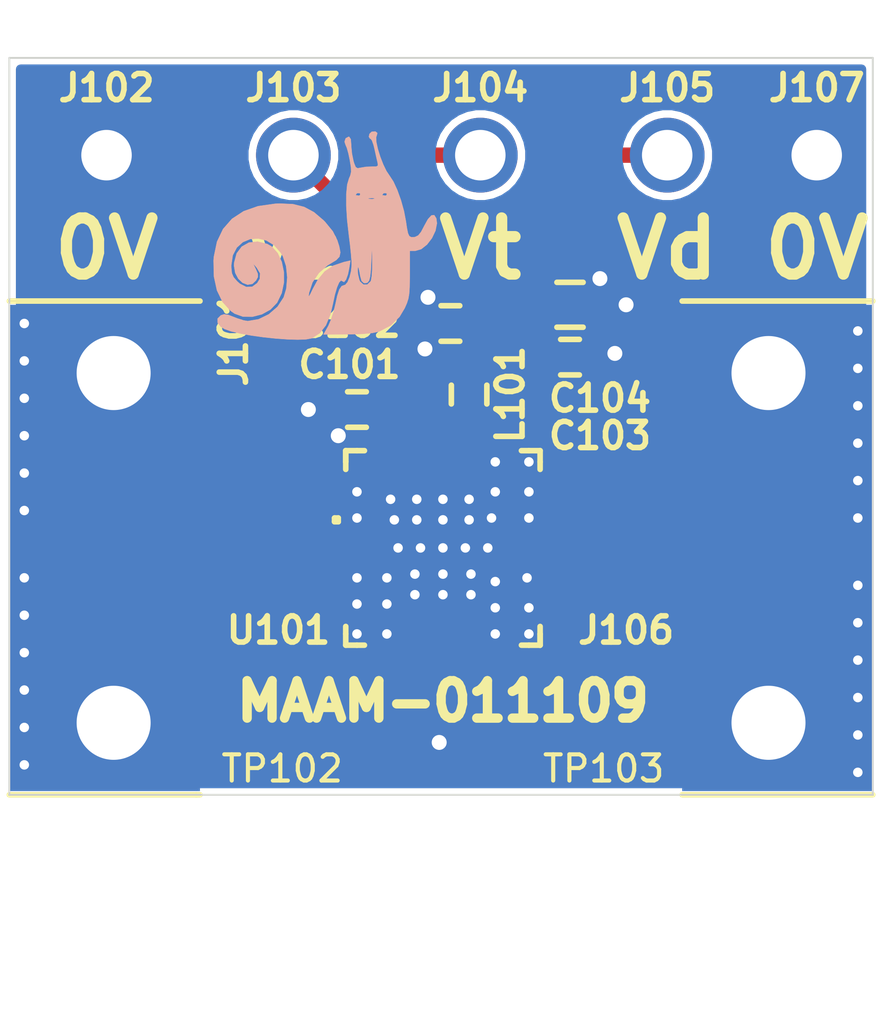
<source format=kicad_pcb>
(kicad_pcb (version 20171130) (host pcbnew "(5.1.2-194-gf11d95044)")

  (general
    (thickness 1.6)
    (drawings 11)
    (tracks 98)
    (zones 0)
    (modules 17)
    (nets 10)
  )

  (page A4)
  (layers
    (0 F.Cu signal)
    (1 In1.Cu signal)
    (2 In2.Cu signal)
    (31 B.Cu signal)
    (32 B.Adhes user)
    (33 F.Adhes user)
    (34 B.Paste user)
    (35 F.Paste user)
    (36 B.SilkS user)
    (37 F.SilkS user)
    (38 B.Mask user)
    (39 F.Mask user)
    (40 Dwgs.User user)
    (41 Cmts.User user)
    (42 Eco1.User user)
    (43 Eco2.User user)
    (44 Edge.Cuts user)
    (45 Margin user)
    (46 B.CrtYd user)
    (47 F.CrtYd user)
    (48 B.Fab user)
    (49 F.Fab user)
  )

  (setup
    (last_trace_width 0.41)
    (trace_clearance 0.2)
    (zone_clearance 0.15)
    (zone_45_only no)
    (trace_min 0.2)
    (via_size 0.8)
    (via_drill 0.4)
    (via_min_size 0.4)
    (via_min_drill 0.254)
    (user_via 0.4 0.254)
    (uvia_size 0.3)
    (uvia_drill 0.1)
    (uvias_allowed no)
    (uvia_min_size 0.2)
    (uvia_min_drill 0.1)
    (edge_width 0.05)
    (segment_width 0.2)
    (pcb_text_width 0.3)
    (pcb_text_size 1.5 1.5)
    (mod_edge_width 0.12)
    (mod_text_size 1 1)
    (mod_text_width 0.15)
    (pad_size 13 5.1)
    (pad_drill 0)
    (pad_to_mask_clearance 0.051)
    (solder_mask_min_width 0.25)
    (aux_axis_origin 0 0)
    (visible_elements FFFDFF7F)
    (pcbplotparams
      (layerselection 0x010fc_ffffffff)
      (usegerberextensions false)
      (usegerberattributes false)
      (usegerberadvancedattributes false)
      (creategerberjobfile false)
      (excludeedgelayer true)
      (linewidth 0.100000)
      (plotframeref false)
      (viasonmask false)
      (mode 1)
      (useauxorigin false)
      (hpglpennumber 1)
      (hpglpenspeed 20)
      (hpglpendiameter 15.000000)
      (psnegative false)
      (psa4output false)
      (plotreference true)
      (plotvalue true)
      (plotinvisibletext false)
      (padsonsilk false)
      (subtractmaskfromsilk false)
      (outputformat 1)
      (mirror false)
      (drillshape 1)
      (scaleselection 1)
      (outputdirectory ""))
  )

  (net 0 "")
  (net 1 GND)
  (net 2 "Net-(C101-Pad1)")
  (net 3 "Net-(C102-Pad1)")
  (net 4 "Net-(J101-Pad1)")
  (net 5 "Net-(J104-Pad1)")
  (net 6 "Net-(J106-Pad1)")
  (net 7 "Net-(L101-Pad2)")
  (net 8 "Net-(TP102-Pad1)")
  (net 9 "Net-(TP103-Pad1)")

  (net_class Default "This is the default net class."
    (clearance 0.2)
    (trace_width 0.41)
    (via_dia 0.8)
    (via_drill 0.4)
    (uvia_dia 0.3)
    (uvia_drill 0.1)
    (add_net GND)
    (add_net "Net-(C101-Pad1)")
    (add_net "Net-(C102-Pad1)")
    (add_net "Net-(J106-Pad1)")
    (add_net "Net-(L101-Pad2)")
    (add_net "Net-(TP102-Pad1)")
    (add_net "Net-(TP103-Pad1)")
  )

  (net_class RF ""
    (clearance 0.2)
    (trace_width 0.41)
    (via_dia 0.8)
    (via_drill 0.4)
    (uvia_dia 0.3)
    (uvia_drill 0.1)
    (add_net "Net-(J101-Pad1)")
    (add_net "Net-(J104-Pad1)")
  )

  (module vna_footprints:snail (layer B.Cu) (tedit 0) (tstamp 5D43F6E0)
    (at 110.8 79.6 180)
    (fp_text reference G*** (at 0 0) (layer B.SilkS) hide
      (effects (font (size 1.524 1.524) (thickness 0.3)) (justify mirror))
    )
    (fp_text value LOGO (at 0.75 0) (layer B.SilkS) hide
      (effects (font (size 1.524 1.524) (thickness 0.3)) (justify mirror))
    )
    (fp_poly (pts (xy -1.292968 2.723896) (xy -1.236747 2.669381) (xy -1.219653 2.593493) (xy -1.248618 2.543137)
      (xy -1.265791 2.54) (xy -1.30139 2.494809) (xy -1.343226 2.37861) (xy -1.369389 2.274183)
      (xy -1.407561 2.099727) (xy -1.441419 1.950858) (xy -1.454481 1.896468) (xy -1.46174 1.821122)
      (xy -1.414212 1.793223) (xy -1.312783 1.793281) (xy -1.146445 1.787735) (xy -1.005379 1.76415)
      (xy -0.917795 1.748805) (xy -0.865668 1.779779) (xy -0.824488 1.87897) (xy -0.80559 1.942654)
      (xy -0.764995 2.139017) (xy -0.745269 2.343262) (xy -0.744883 2.374901) (xy -0.732991 2.525798)
      (xy -0.692593 2.587974) (xy -0.676377 2.5908) (xy -0.599139 2.550138) (xy -0.569075 2.459728)
      (xy -0.597224 2.374254) (xy -0.631508 2.294343) (xy -0.672469 2.146879) (xy -0.709071 1.974802)
      (xy -0.740057 1.781863) (xy -0.744966 1.652662) (xy -0.722477 1.552397) (xy -0.690364 1.482025)
      (xy -0.640811 1.315619) (xy -0.61566 1.064407) (xy -0.614952 0.742219) (xy -0.638729 0.362884)
      (xy -0.6858 -0.0508) (xy -0.717257 -0.303275) (xy -0.742263 -0.546706) (xy -0.75743 -0.745785)
      (xy -0.760391 -0.828022) (xy -0.745164 -0.996364) (xy -0.704353 -1.162359) (xy -0.648417 -1.296065)
      (xy -0.587819 -1.367543) (xy -0.570196 -1.372377) (xy -0.491895 -1.400886) (xy -0.428744 -1.49205)
      (xy -0.373742 -1.659922) (xy -0.332797 -1.848952) (xy -0.278567 -2.075416) (xy -0.207847 -2.29528)
      (xy -0.135485 -2.462691) (xy -0.132038 -2.468956) (xy -0.007153 -2.6924) (xy -0.651277 -2.68882)
      (xy -1.023376 -2.678955) (xy -1.303241 -2.654238) (xy -1.486791 -2.61504) (xy -1.493991 -2.612478)
      (xy -1.801866 -2.451985) (xy -2.038848 -2.219714) (xy -2.177838 -1.986633) (xy -2.235163 -1.855487)
      (xy -2.273343 -1.735509) (xy -2.296199 -1.60075) (xy -2.307552 -1.425261) (xy -2.311223 -1.183092)
      (xy -2.3114 -1.079534) (xy -2.3114 -0.727239) (xy -1.310577 -0.727239) (xy -1.309443 -0.941553)
      (xy -1.297573 -1.125519) (xy -1.277298 -1.24909) (xy -1.268213 -1.273339) (xy -1.179297 -1.358913)
      (xy -1.072971 -1.360228) (xy -0.982935 -1.280834) (xy -0.963943 -1.241292) (xy -0.926476 -1.086112)
      (xy -0.918411 -0.974592) (xy -0.926127 -0.890676) (xy -0.942214 -0.902197) (xy -0.967632 -1.011279)
      (xy -0.988742 -1.1303) (xy -1.025558 -1.263293) (xy -1.085705 -1.316788) (xy -1.118935 -1.3208)
      (xy -1.179578 -1.30674) (xy -1.222368 -1.254246) (xy -1.251353 -1.147845) (xy -1.270582 -0.972068)
      (xy -1.284102 -0.71144) (xy -1.285083 -0.6858) (xy -1.300354 -0.2794) (xy -1.310577 -0.727239)
      (xy -2.3114 -0.727239) (xy -2.3114 -0.457268) (xy -2.458966 -0.457234) (xy -2.619118 -0.410906)
      (xy -2.773597 -0.288881) (xy -2.905936 -0.116486) (xy -2.999669 0.080952) (xy -3.03833 0.278104)
      (xy -3.021896 0.408621) (xy -2.966864 0.496411) (xy -2.891161 0.488031) (xy -2.798741 0.385885)
      (xy -2.704603 0.2159) (xy -2.615781 0.046958) (xy -2.540205 -0.046931) (xy -2.45888 -0.08706)
      (xy -2.430061 -0.091853) (xy -2.351872 -0.093739) (xy -2.299639 -0.065111) (xy -2.263593 0.012698)
      (xy -2.233963 0.158352) (xy -2.209139 0.3302) (xy -2.156548 0.605842) (xy -2.076385 0.893899)
      (xy -2.062207 0.933434) (xy -1.37865 0.933434) (xy -1.311176 0.924639) (xy -1.2954 0.924304)
      (xy -1.208643 0.929795) (xy -1.201005 0.945698) (xy -1.205534 0.947722) (xy -1.306381 0.957771)
      (xy -1.357934 0.949604) (xy -1.37865 0.933434) (xy -2.062207 0.933434) (xy -2.014081 1.067629)
      (xy -1.701288 1.067629) (xy -1.690251 1.023451) (xy -1.653999 1.016) (xy -1.58433 1.027781)
      (xy -1.5748 1.038402) (xy -1.597744 1.067629) (xy -0.990088 1.067629) (xy -0.979051 1.023451)
      (xy -0.942799 1.016) (xy -0.87313 1.027781) (xy -0.8636 1.038402) (xy -0.900825 1.08582)
      (xy -0.967806 1.086877) (xy -0.990088 1.067629) (xy -1.597744 1.067629) (xy -1.612025 1.08582)
      (xy -1.679006 1.086877) (xy -1.701288 1.067629) (xy -2.014081 1.067629) (xy -1.978823 1.165939)
      (xy -1.874038 1.393527) (xy -1.774077 1.546108) (xy -1.687737 1.674743) (xy -1.600753 1.854129)
      (xy -1.521316 2.059057) (xy -1.457621 2.264319) (xy -1.41786 2.444707) (xy -1.410226 2.575014)
      (xy -1.425188 2.619559) (xy -1.444203 2.690827) (xy -1.390436 2.733073) (xy -1.292968 2.723896)) (layer B.SilkS) (width 0.01))
    (fp_poly (pts (xy 1.287174 0.800626) (xy 1.745036 0.735936) (xy 2.130996 0.600911) (xy 2.443642 0.396852)
      (xy 2.681561 0.125061) (xy 2.84334 -0.213159) (xy 2.927566 -0.616506) (xy 2.935858 -0.718996)
      (xy 2.925934 -1.144036) (xy 2.844936 -1.514145) (xy 2.695967 -1.821512) (xy 2.48213 -2.058328)
      (xy 2.373363 -2.135091) (xy 2.150976 -2.215302) (xy 1.898618 -2.219093) (xy 1.644021 -2.15367)
      (xy 1.414918 -2.026237) (xy 1.239039 -1.843999) (xy 1.236121 -1.839643) (xy 1.114601 -1.587048)
      (xy 1.056012 -1.307601) (xy 1.056802 -1.022503) (xy 1.113418 -0.752956) (xy 1.222308 -0.520161)
      (xy 1.379918 -0.345319) (xy 1.49808 -0.276343) (xy 1.758387 -0.212009) (xy 1.990952 -0.238217)
      (xy 2.181894 -0.345902) (xy 2.317332 -0.525998) (xy 2.383383 -0.769442) (xy 2.387599 -0.857179)
      (xy 2.355966 -1.047713) (xy 2.273156 -1.203362) (xy 2.157305 -1.312021) (xy 2.026552 -1.361588)
      (xy 1.899032 -1.339959) (xy 1.801264 -1.24847) (xy 1.75193 -1.156321) (xy 1.75299 -1.074073)
      (xy 1.802606 -0.95637) (xy 1.884625 -0.7874) (xy 1.780512 -0.907327) (xy 1.689965 -1.059652)
      (xy 1.697811 -1.205587) (xy 1.768369 -1.321522) (xy 1.902731 -1.419692) (xy 2.061969 -1.424949)
      (xy 2.232591 -1.338453) (xy 2.304073 -1.275373) (xy 2.400412 -1.165008) (xy 2.447999 -1.056646)
      (xy 2.463142 -0.905933) (xy 2.4638 -0.840948) (xy 2.423936 -0.576329) (xy 2.315293 -0.369822)
      (xy 2.154286 -0.224191) (xy 1.957335 -0.142195) (xy 1.740858 -0.126599) (xy 1.521272 -0.180163)
      (xy 1.314996 -0.305649) (xy 1.138449 -0.505819) (xy 1.0795 -0.608074) (xy 0.994352 -0.866156)
      (xy 0.963982 -1.1671) (xy 0.989161 -1.467709) (xy 1.059941 -1.702235) (xy 1.225203 -1.95375)
      (xy 1.457507 -2.154482) (xy 1.7314 -2.28766) (xy 2.02143 -2.336513) (xy 2.022582 -2.336516)
      (xy 2.136817 -2.316894) (xy 2.296377 -2.266607) (xy 2.386253 -2.230935) (xy 2.54758 -2.170006)
      (xy 2.655063 -2.155882) (xy 2.741654 -2.183572) (xy 2.828587 -2.271) (xy 2.827201 -2.377899)
      (xy 2.742926 -2.48457) (xy 2.6416 -2.546663) (xy 2.465615 -2.608622) (xy 2.220475 -2.667102)
      (xy 1.926984 -2.719918) (xy 1.605944 -2.764889) (xy 1.278157 -2.799831) (xy 0.964428 -2.822561)
      (xy 0.685558 -2.830895) (xy 0.462351 -2.822651) (xy 0.315609 -2.795646) (xy 0.305844 -2.791788)
      (xy 0.094955 -2.656436) (xy -0.068238 -2.447484) (xy -0.18864 -2.156928) (xy -0.254435 -1.877202)
      (xy -0.307587 -1.628567) (xy -0.36545 -1.432042) (xy -0.422724 -1.30059) (xy -0.474106 -1.247171)
      (xy -0.504907 -1.264994) (xy -0.554098 -1.28947) (xy -0.606982 -1.225568) (xy -0.656664 -1.085959)
      (xy -0.690031 -0.924793) (xy -0.722897 -0.719261) (xy -0.551949 -0.757971) (xy -0.264624 -0.855367)
      (xy -0.035565 -1.011767) (xy 0.153012 -1.242499) (xy 0.27874 -1.473894) (xy 0.348704 -1.6186)
      (xy 0.384302 -1.677184) (xy 0.392412 -1.656381) (xy 0.381807 -1.5748) (xy 0.290718 -1.299661)
      (xy 0.118784 -1.046738) (xy -0.113403 -0.843946) (xy -0.192067 -0.796875) (xy -0.345898 -0.703842)
      (xy -0.430899 -0.613301) (xy -0.454463 -0.499679) (xy -0.423981 -0.3374) (xy -0.372065 -0.174149)
      (xy -0.252901 0.062852) (xy -0.048868 0.312239) (xy -0.003765 0.358172) (xy 0.249896 0.574043)
      (xy 0.5128 0.71504) (xy 0.809377 0.789534) (xy 1.164059 0.8059) (xy 1.287174 0.800626)) (layer B.SilkS) (width 0.01))
  )

  (module v:MACOM_LGA9 (layer F.Cu) (tedit 5D43D1C0) (tstamp 5D43D80F)
    (at 114 88)
    (path /5D45703C)
    (fp_text reference U101 (at -4.4 2.2 180) (layer F.SilkS)
      (effects (font (size 0.7 0.7) (thickness 0.15)))
    )
    (fp_text value MAAM-011109 (at 0.8 -5.9) (layer F.Fab)
      (effects (font (size 1 1) (thickness 0.15)))
    )
    (fp_line (start -2.5 -2.5) (end -2.5 2.5) (layer Dwgs.User) (width 0.05))
    (fp_line (start -2.5 2.5) (end 2.5 2.5) (layer Dwgs.User) (width 0.05))
    (fp_line (start 2.5 2.5) (end 2.5 -2.5) (layer Dwgs.User) (width 0.05))
    (fp_line (start 2.5 -2.5) (end -2.5 -2.5) (layer Dwgs.User) (width 0.05))
    (fp_line (start -2.8 -0.7) (end -2.9 -0.7) (layer F.SilkS) (width 0.15))
    (fp_line (start -2.9 -0.7) (end -2.9 -0.8) (layer F.SilkS) (width 0.15))
    (fp_line (start -2.9 -0.8) (end -2.8 -0.8) (layer F.SilkS) (width 0.15))
    (fp_line (start -2.8 -0.8) (end -2.8 -0.7) (layer F.SilkS) (width 0.15))
    (fp_line (start -2.6 2.6) (end -2.3 2.6) (layer F.SilkS) (width 0.15))
    (fp_line (start -2.6 2.6) (end -2.6 2.3) (layer F.SilkS) (width 0.15))
    (fp_line (start -2.6 -2.6) (end -2.6 -2.3) (layer F.SilkS) (width 0.15))
    (fp_line (start -2.6 -2.3) (end -2.6 -2.6) (layer F.SilkS) (width 0.15))
    (fp_line (start -2.6 -2.6) (end -2.3 -2.6) (layer F.SilkS) (width 0.15))
    (fp_line (start 2.6 -2.6) (end 2.6 -2.3) (layer F.SilkS) (width 0.15))
    (fp_line (start 2.6 -2.6) (end 2.3 -2.6) (layer F.SilkS) (width 0.15))
    (fp_line (start 2.6 2.6) (end 2.6 2.3) (layer F.SilkS) (width 0.15))
    (fp_line (start 2.6 2.3) (end 2.6 2.6) (layer F.SilkS) (width 0.15))
    (fp_line (start 2.6 2.6) (end 2.3 2.6) (layer F.SilkS) (width 0.15))
    (fp_line (start 2.3 2.6) (end 2.1 2.6) (layer F.SilkS) (width 0.15))
    (fp_line (start 2.6 2.3) (end 2.6 2.1) (layer F.SilkS) (width 0.15))
    (fp_line (start 2.6 -2.3) (end 2.6 -2.1) (layer F.SilkS) (width 0.15))
    (fp_line (start 2.3 -2.6) (end 2.1 -2.6) (layer F.SilkS) (width 0.15))
    (fp_line (start -2.3 -2.6) (end -2.1 -2.6) (layer F.SilkS) (width 0.15))
    (fp_line (start -2.6 -2.3) (end -2.6 -2.1) (layer F.SilkS) (width 0.15))
    (fp_line (start -2.6 2.3) (end -2.6 2.1) (layer F.SilkS) (width 0.15))
    (fp_line (start -2.3 2.6) (end -2.1 2.6) (layer F.SilkS) (width 0.15))
    (pad 1 smd roundrect (at -2.075 0) (size 0.65 0.4) (layers F.Cu F.Paste F.Mask) (roundrect_rratio 0.25)
      (net 4 "Net-(J101-Pad1)"))
    (pad 5 smd roundrect (at 2.075 0) (size 0.65 0.4) (layers F.Cu F.Paste F.Mask) (roundrect_rratio 0.25)
      (net 6 "Net-(J106-Pad1)"))
    (pad 7 smd roundrect (at 0 -2.075 90) (size 0.65 0.4) (layers F.Cu F.Paste F.Mask) (roundrect_rratio 0.25))
    (pad 6 smd roundrect (at 0.7 -2.075 90) (size 0.65 0.4) (layers F.Cu F.Paste F.Mask) (roundrect_rratio 0.25)
      (net 7 "Net-(L101-Pad2)"))
    (pad 8 smd roundrect (at -0.7 -2.075 90) (size 0.65 0.4) (layers F.Cu F.Paste F.Mask) (roundrect_rratio 0.25)
      (net 5 "Net-(J104-Pad1)"))
    (pad 9 smd roundrect (at -1.4 -2.075 90) (size 0.65 0.4) (layers F.Cu F.Paste F.Mask) (roundrect_rratio 0.25)
      (net 2 "Net-(C101-Pad1)"))
    (pad 3 smd roundrect (at 0 2.075 90) (size 0.65 0.4) (layers F.Cu F.Paste F.Mask) (roundrect_rratio 0.25))
    (pad 2 smd roundrect (at -0.7 2.075 90) (size 0.65 0.4) (layers F.Cu F.Paste F.Mask) (roundrect_rratio 0.25)
      (net 8 "Net-(TP102-Pad1)"))
    (pad 4 smd roundrect (at 0.7 2.075 90) (size 0.65 0.4) (layers F.Cu F.Paste F.Mask) (roundrect_rratio 0.25)
      (net 9 "Net-(TP103-Pad1)"))
    (pad 10 smd rect (at 0 0 90) (size 3 3) (layers F.Cu F.Paste F.Mask)
      (net 1 GND))
    (pad 10 smd rect (at 2 -1.05 90) (size 0.9 1) (layers F.Cu F.Paste F.Mask)
      (net 1 GND))
    (pad 10 smd rect (at 2 1.05 90) (size 0.9 1) (layers F.Cu F.Paste F.Mask)
      (net 1 GND))
    (pad 10 smd rect (at 1.85 -2 90) (size 1 1.3) (layers F.Cu F.Paste F.Mask)
      (net 1 GND))
    (pad 10 smd rect (at -2 1.05 90) (size 0.9 1) (layers F.Cu F.Paste F.Mask)
      (net 1 GND))
    (pad 10 smd rect (at -2 -1.05 90) (size 0.9 1) (layers F.Cu F.Paste F.Mask)
      (net 1 GND))
    (pad 10 smd rect (at -1.85 2 90) (size 1 1.3) (layers F.Cu F.Paste F.Mask)
      (net 1 GND))
    (pad 10 smd rect (at 1.85 2 90) (size 1 1.3) (layers F.Cu F.Paste F.Mask)
      (net 1 GND))
    (pad 10 smd rect (at -2.2 -1.6 180) (size 0.6 0.3) (layers F.Cu F.Paste F.Mask)
      (net 1 GND))
  )

  (module Capacitors_SMD:C_0402 (layer F.Cu) (tedit 5415D599) (tstamp 5D43E17E)
    (at 111.7 84.3 180)
    (descr "Capacitor SMD 0402, reflow soldering, AVX (see smccp.pdf)")
    (tags "capacitor 0402")
    (path /5D468909)
    (attr smd)
    (fp_text reference C101 (at 0.2 1.2) (layer F.SilkS)
      (effects (font (size 0.7 0.7) (thickness 0.15)))
    )
    (fp_text value "100 pF" (at 0 1.7) (layer F.Fab)
      (effects (font (size 1 1) (thickness 0.15)))
    )
    (fp_line (start -0.25 0.475) (end 0.25 0.475) (layer F.SilkS) (width 0.15))
    (fp_line (start 0.25 -0.475) (end -0.25 -0.475) (layer F.SilkS) (width 0.15))
    (fp_line (start 1.15 -0.6) (end 1.15 0.6) (layer F.CrtYd) (width 0.05))
    (fp_line (start -1.15 -0.6) (end -1.15 0.6) (layer F.CrtYd) (width 0.05))
    (fp_line (start -1.15 0.6) (end 1.15 0.6) (layer F.CrtYd) (width 0.05))
    (fp_line (start -1.15 -0.6) (end 1.15 -0.6) (layer F.CrtYd) (width 0.05))
    (pad 2 smd rect (at 0.55 0 180) (size 0.6 0.5) (layers F.Cu F.Paste F.Mask)
      (net 1 GND))
    (pad 1 smd rect (at -0.55 0 180) (size 0.6 0.5) (layers F.Cu F.Paste F.Mask)
      (net 2 "Net-(C101-Pad1)"))
    (model Capacitors_SMD.3dshapes/C_0402.wrl
      (at (xyz 0 0 0))
      (scale (xyz 1 1 1))
      (rotate (xyz 0 0 0))
    )
  )

  (module Capacitors_SMD:C_0402 (layer F.Cu) (tedit 5415D599) (tstamp 5D43E18A)
    (at 114.2 82 180)
    (descr "Capacitor SMD 0402, reflow soldering, AVX (see smccp.pdf)")
    (tags "capacitor 0402")
    (path /5D45E194)
    (attr smd)
    (fp_text reference C102 (at 2.7 0) (layer F.SilkS)
      (effects (font (size 0.7 0.7) (thickness 0.15)))
    )
    (fp_text value "100 pF" (at 0 1.7) (layer F.Fab)
      (effects (font (size 1 1) (thickness 0.15)))
    )
    (fp_line (start -1.15 -0.6) (end 1.15 -0.6) (layer F.CrtYd) (width 0.05))
    (fp_line (start -1.15 0.6) (end 1.15 0.6) (layer F.CrtYd) (width 0.05))
    (fp_line (start -1.15 -0.6) (end -1.15 0.6) (layer F.CrtYd) (width 0.05))
    (fp_line (start 1.15 -0.6) (end 1.15 0.6) (layer F.CrtYd) (width 0.05))
    (fp_line (start 0.25 -0.475) (end -0.25 -0.475) (layer F.SilkS) (width 0.15))
    (fp_line (start -0.25 0.475) (end 0.25 0.475) (layer F.SilkS) (width 0.15))
    (pad 1 smd rect (at -0.55 0 180) (size 0.6 0.5) (layers F.Cu F.Paste F.Mask)
      (net 3 "Net-(C102-Pad1)"))
    (pad 2 smd rect (at 0.55 0 180) (size 0.6 0.5) (layers F.Cu F.Paste F.Mask)
      (net 1 GND))
    (model Capacitors_SMD.3dshapes/C_0402.wrl
      (at (xyz 0 0 0))
      (scale (xyz 1 1 1))
      (rotate (xyz 0 0 0))
    )
  )

  (module Capacitors_SMD:C_0402 (layer F.Cu) (tedit 5415D599) (tstamp 5D43E196)
    (at 117.4 82.9)
    (descr "Capacitor SMD 0402, reflow soldering, AVX (see smccp.pdf)")
    (tags "capacitor 0402")
    (path /5D45E938)
    (attr smd)
    (fp_text reference C103 (at 0.8 2.1) (layer F.SilkS)
      (effects (font (size 0.7 0.7) (thickness 0.15)))
    )
    (fp_text value "100 nF" (at 0 1.7) (layer F.Fab)
      (effects (font (size 1 1) (thickness 0.15)))
    )
    (fp_line (start -0.25 0.475) (end 0.25 0.475) (layer F.SilkS) (width 0.15))
    (fp_line (start 0.25 -0.475) (end -0.25 -0.475) (layer F.SilkS) (width 0.15))
    (fp_line (start 1.15 -0.6) (end 1.15 0.6) (layer F.CrtYd) (width 0.05))
    (fp_line (start -1.15 -0.6) (end -1.15 0.6) (layer F.CrtYd) (width 0.05))
    (fp_line (start -1.15 0.6) (end 1.15 0.6) (layer F.CrtYd) (width 0.05))
    (fp_line (start -1.15 -0.6) (end 1.15 -0.6) (layer F.CrtYd) (width 0.05))
    (pad 2 smd rect (at 0.55 0) (size 0.6 0.5) (layers F.Cu F.Paste F.Mask)
      (net 1 GND))
    (pad 1 smd rect (at -0.55 0) (size 0.6 0.5) (layers F.Cu F.Paste F.Mask)
      (net 3 "Net-(C102-Pad1)"))
    (model Capacitors_SMD.3dshapes/C_0402.wrl
      (at (xyz 0 0 0))
      (scale (xyz 1 1 1))
      (rotate (xyz 0 0 0))
    )
  )

  (module Capacitors_SMD:C_0603 (layer F.Cu) (tedit 5415D631) (tstamp 5D43E1A2)
    (at 117.4 81.5)
    (descr "Capacitor SMD 0603, reflow soldering, AVX (see smccp.pdf)")
    (tags "capacitor 0603")
    (path /5D45EEC4)
    (attr smd)
    (fp_text reference C104 (at 0.8 2.5 180) (layer F.SilkS)
      (effects (font (size 0.7 0.7) (thickness 0.15)))
    )
    (fp_text value "2.2 uF" (at 0 1.9) (layer F.Fab)
      (effects (font (size 1 1) (thickness 0.15)))
    )
    (fp_line (start -1.45 -0.75) (end 1.45 -0.75) (layer F.CrtYd) (width 0.05))
    (fp_line (start -1.45 0.75) (end 1.45 0.75) (layer F.CrtYd) (width 0.05))
    (fp_line (start -1.45 -0.75) (end -1.45 0.75) (layer F.CrtYd) (width 0.05))
    (fp_line (start 1.45 -0.75) (end 1.45 0.75) (layer F.CrtYd) (width 0.05))
    (fp_line (start -0.35 -0.6) (end 0.35 -0.6) (layer F.SilkS) (width 0.15))
    (fp_line (start 0.35 0.6) (end -0.35 0.6) (layer F.SilkS) (width 0.15))
    (pad 1 smd rect (at -0.75 0) (size 0.8 0.75) (layers F.Cu F.Paste F.Mask)
      (net 3 "Net-(C102-Pad1)"))
    (pad 2 smd rect (at 0.75 0) (size 0.8 0.75) (layers F.Cu F.Paste F.Mask)
      (net 1 GND))
    (model Capacitors_SMD.3dshapes/C_0603.wrl
      (at (xyz 0 0 0))
      (scale (xyz 1 1 1))
      (rotate (xyz 0 0 0))
    )
  )

  (module v:sw_edge_oshpark_4layer (layer F.Cu) (tedit 5D05611E) (tstamp 5D43E1C4)
    (at 102.4 88 90)
    (path /5D457F58)
    (fp_text reference J101 (at 5.6 6 90) (layer F.SilkS)
      (effects (font (size 0.7 0.7) (thickness 0.15)))
    )
    (fp_text value Conn_Coaxial (at -11.9 7.3) (layer F.Fab)
      (effects (font (size 1 1) (thickness 0.15)))
    )
    (fp_poly (pts (xy -6.6 0) (xy -0.5 0) (xy -0.5 5.1) (xy -6.6 5.1)) (layer F.Mask) (width 0.1))
    (fp_poly (pts (xy 0.5 0) (xy 6.6 0) (xy 6.6 5.1) (xy 0.5 5.1)) (layer F.Mask) (width 0.1))
    (fp_poly (pts (xy -0.6 1.9) (xy 0.6 1.9) (xy 0.6 5.1) (xy -0.6 5.1)) (layer F.Mask) (width 0.1))
    (fp_poly (pts (xy -0.5 0) (xy 0.5 0) (xy 0.5 1.3) (xy -0.5 1.3)) (layer F.Mask) (width 0.1))
    (fp_line (start 6.6 0) (end 6.6 5.1) (layer F.SilkS) (width 0.15))
    (fp_line (start -6.6 0) (end -6.6 5) (layer F.SilkS) (width 0.15))
    (fp_line (start -6.6 5) (end -6.6 5.1) (layer F.SilkS) (width 0.15))
    (pad 2 smd rect (at 0 2.55 270) (size 13 5.1) (layers B.Cu B.Mask)
      (net 1 GND))
    (pad 2 smd rect (at 4.775 2.85 270) (size 3.25 4.5) (layers F.Cu F.Mask)
      (net 1 GND))
    (pad 2 smd rect (at -4.775 2.85 270) (size 3.25 4.5) (layers F.Cu F.Mask)
      (net 1 GND))
    (pad 2 thru_hole circle (at -4.675 2.79 90) (size 3 3) (drill 1.98) (layers *.Cu *.Mask)
      (net 1 GND))
    (pad 2 thru_hole circle (at 4.675 2.79 90) (size 3 3) (drill 1.98) (layers *.Cu *.Mask)
      (net 1 GND))
    (pad 1 smd rect (at 0 3.04 90) (size 0.41 4.08) (layers F.Cu)
      (net 4 "Net-(J101-Pad1)"))
    (pad 1 smd trapezoid (at 0 0.5 90) (size 0.3 1) (rect_delta 0 0.11 ) (layers F.Cu F.Mask)
      (net 4 "Net-(J101-Pad1)"))
    (pad 2 smd rect (at 3.4 0.3 270) (size 6 0.6) (layers F.Cu F.Mask)
      (net 1 GND))
    (pad 2 smd trapezoid (at 3.4 0.7 90) (size 5.8 0.2) (rect_delta 0 -0.2 ) (layers F.Cu F.Mask)
      (net 1 GND))
    (pad 2 thru_hole circle (at 1 0.4 90) (size 0.5 0.5) (drill 0.254) (layers *.Cu *.Mask)
      (net 1 GND))
    (pad 2 thru_hole circle (at 2 0.4 90) (size 0.5 0.5) (drill 0.254) (layers *.Cu *.Mask)
      (net 1 GND))
    (pad 2 thru_hole circle (at 3 0.4 90) (size 0.5 0.5) (drill 0.254) (layers *.Cu *.Mask)
      (net 1 GND))
    (pad 2 thru_hole circle (at 4 0.4 90) (size 0.5 0.5) (drill 0.254) (layers *.Cu *.Mask)
      (net 1 GND))
    (pad 2 thru_hole circle (at 5 0.4 90) (size 0.5 0.5) (drill 0.254) (layers *.Cu *.Mask)
      (net 1 GND))
    (pad 2 thru_hole circle (at 6 0.4 90) (size 0.5 0.5) (drill 0.254) (layers *.Cu *.Mask)
      (net 1 GND))
    (pad 2 smd trapezoid (at -3.4 0.7 90) (size 5.8 0.2) (rect_delta 0 -0.2 ) (layers F.Cu F.Mask)
      (net 1 GND))
    (pad 2 smd rect (at -3.4 0.3 270) (size 6 0.6) (layers F.Cu F.Mask)
      (net 1 GND))
    (pad 2 thru_hole circle (at -2.8 0.4 90) (size 0.5 0.5) (drill 0.254) (layers *.Cu *.Mask)
      (net 1 GND))
    (pad 2 thru_hole circle (at -0.8 0.4 90) (size 0.5 0.5) (drill 0.254) (layers *.Cu *.Mask)
      (net 1 GND))
    (pad 2 thru_hole circle (at -1.8 0.4 90) (size 0.5 0.5) (drill 0.254) (layers *.Cu *.Mask)
      (net 1 GND))
    (pad 2 thru_hole circle (at -5.8 0.4 90) (size 0.5 0.5) (drill 0.254) (layers *.Cu *.Mask)
      (net 1 GND))
    (pad 2 thru_hole circle (at -3.8 0.4 90) (size 0.5 0.5) (drill 0.254) (layers *.Cu *.Mask)
      (net 1 GND))
    (pad 2 thru_hole circle (at -4.8 0.4 90) (size 0.5 0.5) (drill 0.254) (layers *.Cu *.Mask)
      (net 1 GND))
  )

  (module vna_footprints:TURRET_MILLMAX_2101 (layer F.Cu) (tedit 5ACECEFF) (tstamp 5D43E766)
    (at 105 77.5)
    (path /5D465C6C)
    (fp_text reference J102 (at 0 -1.8) (layer F.SilkS)
      (effects (font (size 0.7 0.7) (thickness 0.15)))
    )
    (fp_text value GND (at 0 -3.3) (layer F.Fab)
      (effects (font (size 1 1) (thickness 0.15)))
    )
    (pad 1 thru_hole circle (at 0 0) (size 2 2) (drill 1.35) (layers *.Cu *.Mask)
      (net 1 GND))
  )

  (module vna_footprints:TURRET_MILLMAX_2101 (layer F.Cu) (tedit 5ACECEFF) (tstamp 5D43E1CE)
    (at 110 77.5)
    (path /5D4657DB)
    (fp_text reference J103 (at 0 -1.8) (layer F.SilkS)
      (effects (font (size 0.7 0.7) (thickness 0.15)))
    )
    (fp_text value Vc (at 0 -3.3) (layer F.Fab)
      (effects (font (size 1 1) (thickness 0.15)))
    )
    (pad 1 thru_hole circle (at 0 0) (size 2 2) (drill 1.35) (layers *.Cu *.Mask)
      (net 2 "Net-(C101-Pad1)"))
  )

  (module vna_footprints:TURRET_MILLMAX_2101 (layer F.Cu) (tedit 5ACECEFF) (tstamp 5D43E1D3)
    (at 115 77.5)
    (path /5D4653BC)
    (fp_text reference J104 (at 0 -1.8) (layer F.SilkS)
      (effects (font (size 0.7 0.7) (thickness 0.15)))
    )
    (fp_text value Vdet (at 0 -3.3) (layer F.Fab)
      (effects (font (size 1 1) (thickness 0.15)))
    )
    (pad 1 thru_hole circle (at 0 0) (size 2 2) (drill 1.35) (layers *.Cu *.Mask)
      (net 5 "Net-(J104-Pad1)"))
  )

  (module vna_footprints:TURRET_MILLMAX_2101 (layer F.Cu) (tedit 5ACECEFF) (tstamp 5D43E1D8)
    (at 120 77.5)
    (path /5D464C2F)
    (fp_text reference J105 (at 0 -1.8) (layer F.SilkS)
      (effects (font (size 0.7 0.7) (thickness 0.15)))
    )
    (fp_text value Vd (at 0 -3.3) (layer F.Fab)
      (effects (font (size 1 1) (thickness 0.15)))
    )
    (pad 1 thru_hole circle (at 0 0) (size 2 2) (drill 1.35) (layers *.Cu *.Mask)
      (net 3 "Net-(C102-Pad1)"))
  )

  (module v:sw_edge_oshpark_4layer (layer F.Cu) (tedit 5D05611E) (tstamp 5D43E1FA)
    (at 125.5 88 270)
    (path /5D4578F9)
    (fp_text reference J106 (at 2.2 6.6 180) (layer F.SilkS)
      (effects (font (size 0.7 0.7) (thickness 0.15)))
    )
    (fp_text value Conn_Coaxial (at -11.9 7.3) (layer F.Fab)
      (effects (font (size 1 1) (thickness 0.15)))
    )
    (fp_line (start -6.6 5) (end -6.6 5.1) (layer F.SilkS) (width 0.15))
    (fp_line (start -6.6 0) (end -6.6 5) (layer F.SilkS) (width 0.15))
    (fp_line (start 6.6 0) (end 6.6 5.1) (layer F.SilkS) (width 0.15))
    (fp_poly (pts (xy -0.5 0) (xy 0.5 0) (xy 0.5 1.3) (xy -0.5 1.3)) (layer F.Mask) (width 0.1))
    (fp_poly (pts (xy -0.6 1.9) (xy 0.6 1.9) (xy 0.6 5.1) (xy -0.6 5.1)) (layer F.Mask) (width 0.1))
    (fp_poly (pts (xy 0.5 0) (xy 6.6 0) (xy 6.6 5.1) (xy 0.5 5.1)) (layer F.Mask) (width 0.1))
    (fp_poly (pts (xy -6.6 0) (xy -0.5 0) (xy -0.5 5.1) (xy -6.6 5.1)) (layer F.Mask) (width 0.1))
    (pad 2 thru_hole circle (at -4.8 0.4 270) (size 0.5 0.5) (drill 0.254) (layers *.Cu *.Mask)
      (net 1 GND))
    (pad 2 thru_hole circle (at -3.8 0.4 270) (size 0.5 0.5) (drill 0.254) (layers *.Cu *.Mask)
      (net 1 GND))
    (pad 2 thru_hole circle (at -5.8 0.4 270) (size 0.5 0.5) (drill 0.254) (layers *.Cu *.Mask)
      (net 1 GND))
    (pad 2 thru_hole circle (at -1.8 0.4 270) (size 0.5 0.5) (drill 0.254) (layers *.Cu *.Mask)
      (net 1 GND))
    (pad 2 thru_hole circle (at -0.8 0.4 270) (size 0.5 0.5) (drill 0.254) (layers *.Cu *.Mask)
      (net 1 GND))
    (pad 2 thru_hole circle (at -2.8 0.4 270) (size 0.5 0.5) (drill 0.254) (layers *.Cu *.Mask)
      (net 1 GND))
    (pad 2 smd rect (at -3.4 0.3 90) (size 6 0.6) (layers F.Cu F.Mask)
      (net 1 GND))
    (pad 2 smd trapezoid (at -3.4 0.7 270) (size 5.8 0.2) (rect_delta 0 -0.2 ) (layers F.Cu F.Mask)
      (net 1 GND))
    (pad 2 thru_hole circle (at 6 0.4 270) (size 0.5 0.5) (drill 0.254) (layers *.Cu *.Mask)
      (net 1 GND))
    (pad 2 thru_hole circle (at 5 0.4 270) (size 0.5 0.5) (drill 0.254) (layers *.Cu *.Mask)
      (net 1 GND))
    (pad 2 thru_hole circle (at 4 0.4 270) (size 0.5 0.5) (drill 0.254) (layers *.Cu *.Mask)
      (net 1 GND))
    (pad 2 thru_hole circle (at 3 0.4 270) (size 0.5 0.5) (drill 0.254) (layers *.Cu *.Mask)
      (net 1 GND))
    (pad 2 thru_hole circle (at 2 0.4 270) (size 0.5 0.5) (drill 0.254) (layers *.Cu *.Mask)
      (net 1 GND))
    (pad 2 thru_hole circle (at 1 0.4 270) (size 0.5 0.5) (drill 0.254) (layers *.Cu *.Mask)
      (net 1 GND))
    (pad 2 smd trapezoid (at 3.4 0.7 270) (size 5.8 0.2) (rect_delta 0 -0.2 ) (layers F.Cu F.Mask)
      (net 1 GND))
    (pad 2 smd rect (at 3.4 0.3 90) (size 6 0.6) (layers F.Cu F.Mask)
      (net 1 GND))
    (pad 1 smd trapezoid (at 0 0.5 270) (size 0.3 1) (rect_delta 0 0.11 ) (layers F.Cu F.Mask)
      (net 6 "Net-(J106-Pad1)"))
    (pad 1 smd rect (at 0 3.04 270) (size 0.41 4.08) (layers F.Cu)
      (net 6 "Net-(J106-Pad1)"))
    (pad 2 thru_hole circle (at 4.675 2.79 270) (size 3 3) (drill 1.98) (layers *.Cu *.Mask)
      (net 1 GND))
    (pad 2 thru_hole circle (at -4.675 2.79 270) (size 3 3) (drill 1.98) (layers *.Cu *.Mask)
      (net 1 GND))
    (pad 2 smd rect (at -4.775 2.85 90) (size 3.25 4.5) (layers F.Cu F.Mask)
      (net 1 GND))
    (pad 2 smd rect (at 4.775 2.85 90) (size 3.25 4.5) (layers F.Cu F.Mask)
      (net 1 GND))
    (pad 2 smd rect (at 0 2.55 90) (size 13 5.1) (layers B.Cu B.Mask)
      (net 1 GND))
  )

  (module vna_footprints:TURRET_MILLMAX_2101 (layer F.Cu) (tedit 5ACECEFF) (tstamp 5D43E1FF)
    (at 124 77.5)
    (path /5D46C404)
    (fp_text reference J107 (at 0 -1.8) (layer F.SilkS)
      (effects (font (size 0.7 0.7) (thickness 0.15)))
    )
    (fp_text value GND (at 0 -3.3) (layer F.Fab)
      (effects (font (size 1 1) (thickness 0.15)))
    )
    (pad 1 thru_hole circle (at 0 0) (size 2 2) (drill 1.35) (layers *.Cu *.Mask)
      (net 1 GND))
  )

  (module Capacitors_SMD:C_0402 (layer F.Cu) (tedit 5415D599) (tstamp 5D43E20B)
    (at 114.7 83.9 270)
    (descr "Capacitor SMD 0402, reflow soldering, AVX (see smccp.pdf)")
    (tags "capacitor 0402")
    (path /5D45F779)
    (attr smd)
    (fp_text reference L101 (at 0 -1.1 270) (layer F.SilkS)
      (effects (font (size 0.7 0.7) (thickness 0.15)))
    )
    (fp_text value L_Small (at 0 1.7 90) (layer F.Fab)
      (effects (font (size 1 1) (thickness 0.15)))
    )
    (fp_line (start -1.15 -0.6) (end 1.15 -0.6) (layer F.CrtYd) (width 0.05))
    (fp_line (start -1.15 0.6) (end 1.15 0.6) (layer F.CrtYd) (width 0.05))
    (fp_line (start -1.15 -0.6) (end -1.15 0.6) (layer F.CrtYd) (width 0.05))
    (fp_line (start 1.15 -0.6) (end 1.15 0.6) (layer F.CrtYd) (width 0.05))
    (fp_line (start 0.25 -0.475) (end -0.25 -0.475) (layer F.SilkS) (width 0.15))
    (fp_line (start -0.25 0.475) (end 0.25 0.475) (layer F.SilkS) (width 0.15))
    (pad 1 smd rect (at -0.55 0 270) (size 0.6 0.5) (layers F.Cu F.Paste F.Mask)
      (net 3 "Net-(C102-Pad1)"))
    (pad 2 smd rect (at 0.55 0 270) (size 0.6 0.5) (layers F.Cu F.Paste F.Mask)
      (net 7 "Net-(L101-Pad2)"))
    (model Capacitors_SMD.3dshapes/C_0402.wrl
      (at (xyz 0 0 0))
      (scale (xyz 1 1 1))
      (rotate (xyz 0 0 0))
    )
  )

  (module vna_footprints:TP07R (layer F.Cu) (tedit 5AEE4333) (tstamp 5D43E211)
    (at 113.9 94)
    (descr "TEST PAD")
    (tags "TEST PAD")
    (path /5D46D13E)
    (attr smd)
    (fp_text reference TP101 (at 0 1.6) (layer F.SilkS) hide
      (effects (font (size 0.7 0.7) (thickness 0.11)))
    )
    (fp_text value GND (at -0.1778 0.4953) (layer F.SilkS) hide
      (effects (font (size 0.7 0.7) (thickness 0.11)))
    )
    (fp_text user >TP_SIGNAL_NAME (at 7.49808 1.40462) (layer F.SilkS) hide
      (effects (font (size 0.65 0.65) (thickness 0.11)))
    )
    (pad 1 smd circle (at 0 0) (size 0.6985 0.6985) (layers F.Cu F.Paste F.Mask)
      (net 1 GND))
  )

  (module vna_footprints:TP07R (layer F.Cu) (tedit 5AEE4333) (tstamp 5D43E217)
    (at 112 94)
    (descr "TEST PAD")
    (tags "TEST PAD")
    (path /5D458DD0)
    (attr smd)
    (fp_text reference TP102 (at -2.3 -0.1) (layer F.SilkS)
      (effects (font (size 0.7 0.7) (thickness 0.11)))
    )
    (fp_text value Ve (at -0.1778 0.4953) (layer F.SilkS) hide
      (effects (font (size 0.7 0.7) (thickness 0.11)))
    )
    (fp_text user >TP_SIGNAL_NAME (at 7.49808 1.40462) (layer F.SilkS) hide
      (effects (font (size 0.65 0.65) (thickness 0.11)))
    )
    (pad 1 smd circle (at 0 0) (size 0.6985 0.6985) (layers F.Cu F.Paste F.Mask)
      (net 8 "Net-(TP102-Pad1)"))
  )

  (module vna_footprints:TP07R (layer F.Cu) (tedit 5AEE4333) (tstamp 5D43E21D)
    (at 116 94)
    (descr "TEST PAD")
    (tags "TEST PAD")
    (path /5D459BD8)
    (attr smd)
    (fp_text reference TP103 (at 2.3 -0.1) (layer F.SilkS)
      (effects (font (size 0.7 0.7) (thickness 0.11)))
    )
    (fp_text value Vg (at -0.1778 0.4953) (layer F.SilkS) hide
      (effects (font (size 0.7 0.7) (thickness 0.11)))
    )
    (fp_text user >TP_SIGNAL_NAME (at 7.49808 1.40462) (layer F.SilkS) hide
      (effects (font (size 0.65 0.65) (thickness 0.11)))
    )
    (pad 1 smd circle (at 0 0) (size 0.6985 0.6985) (layers F.Cu F.Paste F.Mask)
      (net 9 "Net-(TP103-Pad1)"))
  )

  (gr_text MAAM-011109 (at 114 92.1) (layer F.SilkS) (tstamp 5D43DF6C)
    (effects (font (size 1 1) (thickness 0.25)))
  )
  (gr_text 0V (at 124 80) (layer F.SilkS) (tstamp 5D43DDCB)
    (effects (font (size 1.5 1.5) (thickness 0.3)))
  )
  (gr_text Vd (at 120 80) (layer F.SilkS) (tstamp 5D43DDC9)
    (effects (font (size 1.5 1.5) (thickness 0.3)))
  )
  (gr_text Vt (at 115 80) (layer F.SilkS) (tstamp 5D43DDC7)
    (effects (font (size 1.5 1.5) (thickness 0.3)))
  )
  (gr_text Vc (at 110 80) (layer F.SilkS) (tstamp 5D43DDC5)
    (effects (font (size 1.5 1.5) (thickness 0.3)))
  )
  (gr_text 0V (at 105 80) (layer F.SilkS)
    (effects (font (size 1.5 1.5) (thickness 0.3)))
  )
  (gr_line (start 102.4 94.6) (end 125.5 94.6) (layer Edge.Cuts) (width 0.05) (tstamp 5D43DD33))
  (gr_line (start 102.4 74.9) (end 102.4 94.6) (layer Edge.Cuts) (width 0.05) (tstamp 5D43DA5E))
  (gr_line (start 125.5 74.9) (end 102.4 74.9) (layer Edge.Cuts) (width 0.05))
  (gr_line (start 125.5 77.1) (end 125.5 74.9) (layer Edge.Cuts) (width 0.05))
  (gr_line (start 125.5 94.6) (end 125.5 77.1) (layer Edge.Cuts) (width 0.05))

  (via (at 113.9 93.2) (size 0.8) (drill 0.4) (layers F.Cu B.Cu) (net 1))
  (segment (start 113.9 94) (end 113.9 93.2) (width 0.25) (layer F.Cu) (net 1))
  (via (at 110.4 84.3) (size 0.8) (drill 0.4) (layers F.Cu B.Cu) (net 1))
  (segment (start 111.15 84.3) (end 110.4 84.3) (width 0.41) (layer F.Cu) (net 1))
  (via (at 111.2 85) (size 0.8) (drill 0.4) (layers F.Cu B.Cu) (net 1))
  (segment (start 111.15 84.3) (end 111.15 84.95) (width 0.41) (layer F.Cu) (net 1))
  (segment (start 111.15 84.95) (end 111.2 85) (width 0.41) (layer F.Cu) (net 1))
  (via (at 113.6 81.3) (size 0.8) (drill 0.4) (layers F.Cu B.Cu) (net 1))
  (segment (start 113.65 82) (end 113.65 81.35) (width 0.41) (layer F.Cu) (net 1))
  (segment (start 113.65 81.35) (end 113.6 81.3) (width 0.41) (layer F.Cu) (net 1))
  (segment (start 113.65 82) (end 113.65 82.66) (width 0.41) (layer F.Cu) (net 1))
  (via (at 113.519229 82.680771) (size 0.8) (drill 0.4) (layers F.Cu B.Cu) (net 1))
  (segment (start 113.65 82.66) (end 113.629229 82.680771) (width 0.41) (layer F.Cu) (net 1))
  (segment (start 113.629229 82.680771) (end 113.519229 82.680771) (width 0.41) (layer F.Cu) (net 1))
  (via (at 118.6 82.8) (size 0.8) (drill 0.4) (layers F.Cu B.Cu) (net 1))
  (segment (start 117.95 82.8) (end 118.6 82.8) (width 0.41) (layer F.Cu) (net 1))
  (via (at 118.2 80.8) (size 0.8) (drill 0.4) (layers F.Cu B.Cu) (net 1))
  (segment (start 118.15 81.5) (end 118.15 80.85) (width 0.41) (layer F.Cu) (net 1))
  (segment (start 118.15 80.85) (end 118.2 80.8) (width 0.41) (layer F.Cu) (net 1))
  (via (at 118.9 81.5) (size 0.8) (drill 0.4) (layers F.Cu B.Cu) (net 1))
  (segment (start 118.15 81.5) (end 118.9 81.5) (width 0.41) (layer F.Cu) (net 1))
  (via (at 111.7 88.8) (size 0.4) (drill 0.254) (layers F.Cu B.Cu) (net 1))
  (via (at 111.7 89.5) (size 0.4) (drill 0.254) (layers F.Cu B.Cu) (net 1) (tstamp 5D43E53A))
  (via (at 111.7 90.3) (size 0.4) (drill 0.254) (layers F.Cu B.Cu) (net 1) (tstamp 5D43E53C))
  (via (at 112.5 90.3) (size 0.4) (drill 0.254) (layers F.Cu B.Cu) (net 1) (tstamp 5D43E53E))
  (via (at 112.5 89.5) (size 0.4) (drill 0.254) (layers F.Cu B.Cu) (net 1) (tstamp 5D43E540))
  (via (at 112.5 88.8) (size 0.4) (drill 0.254) (layers F.Cu B.Cu) (net 1) (tstamp 5D43E542))
  (via (at 112.8 88) (size 0.4) (drill 0.254) (layers F.Cu B.Cu) (net 1) (tstamp 5D43E544))
  (via (at 112.7 87.25) (size 0.4) (drill 0.254) (layers F.Cu B.Cu) (net 1) (tstamp 5D43E546))
  (via (at 111.7 87.2) (size 0.4) (drill 0.254) (layers F.Cu B.Cu) (net 1) (tstamp 5D43E54A))
  (via (at 111.7 86.5) (size 0.4) (drill 0.254) (layers F.Cu B.Cu) (net 1) (tstamp 5D43E54C))
  (via (at 115.4 90.3) (size 0.4) (drill 0.254) (layers F.Cu B.Cu) (net 1) (tstamp 5D43E671))
  (via (at 116.3 90.3) (size 0.4) (drill 0.254) (layers F.Cu B.Cu) (net 1) (tstamp 5D43E673))
  (via (at 116.3 89.6) (size 0.4) (drill 0.254) (layers F.Cu B.Cu) (net 1) (tstamp 5D43E675))
  (via (at 115.4 89.6) (size 0.4) (drill 0.254) (layers F.Cu B.Cu) (net 1) (tstamp 5D43E677))
  (via (at 116.25 88.8) (size 0.4) (drill 0.254) (layers F.Cu B.Cu) (net 1) (tstamp 5D43E679))
  (via (at 115.4 88.9) (size 0.4) (drill 0.254) (layers F.Cu B.Cu) (net 1) (tstamp 5D43E67B))
  (via (at 115.2 88) (size 0.4) (drill 0.254) (layers F.Cu B.Cu) (net 1) (tstamp 5D43E67D))
  (via (at 116.3 87.2) (size 0.4) (drill 0.254) (layers F.Cu B.Cu) (net 1) (tstamp 5D43E681))
  (via (at 115.3 87.2) (size 0.4) (drill 0.254) (layers F.Cu B.Cu) (net 1) (tstamp 5D43E683))
  (via (at 116.3 86.5) (size 0.4) (drill 0.254) (layers F.Cu B.Cu) (net 1) (tstamp 5D43E685))
  (via (at 116.3 85.7) (size 0.4) (drill 0.254) (layers F.Cu B.Cu) (net 1) (tstamp 5D43E687))
  (via (at 115.4 85.7) (size 0.4) (drill 0.254) (layers F.Cu B.Cu) (net 1) (tstamp 5D43E689))
  (via (at 115.4 86.5) (size 0.4) (drill 0.254) (layers F.Cu B.Cu) (net 1) (tstamp 5D43E68B))
  (via (at 113.25 88.7) (size 0.4) (drill 0.254) (layers F.Cu B.Cu) (net 1) (tstamp 5D43E68D))
  (via (at 114 88.7) (size 0.4) (drill 0.254) (layers F.Cu B.Cu) (net 1) (tstamp 5D43E68F))
  (via (at 114.75 88.7) (size 0.4) (drill 0.254) (layers F.Cu B.Cu) (net 1) (tstamp 5D43E691))
  (via (at 114.7 86.7) (size 0.4) (drill 0.254) (layers F.Cu B.Cu) (net 1) (tstamp 5D43E693))
  (via (at 114 86.7) (size 0.4) (drill 0.254) (layers F.Cu B.Cu) (net 1) (tstamp 5D43E695))
  (via (at 113.3 86.7) (size 0.4) (drill 0.254) (layers F.Cu B.Cu) (net 1) (tstamp 5D43E697))
  (via (at 112.6 86.7) (size 0.4) (drill 0.254) (layers F.Cu B.Cu) (net 1) (tstamp 5D43E699))
  (via (at 113.3 87.25) (size 0.4) (drill 0.254) (layers F.Cu B.Cu) (net 1) (tstamp 5D43E69B))
  (via (at 114 87.25) (size 0.4) (drill 0.254) (layers F.Cu B.Cu) (net 1) (tstamp 5D43E69D))
  (via (at 114.7 87.25) (size 0.4) (drill 0.254) (layers F.Cu B.Cu) (net 1) (tstamp 5D43E69F))
  (via (at 114.6 88) (size 0.4) (drill 0.254) (layers F.Cu B.Cu) (net 1) (tstamp 5D43E6A1))
  (via (at 114 88) (size 0.4) (drill 0.254) (layers F.Cu B.Cu) (net 1) (tstamp 5D43E88A))
  (via (at 113.4 88) (size 0.4) (drill 0.254) (layers F.Cu B.Cu) (net 1) (tstamp 5D43E6A5))
  (via (at 113.25 89.25) (size 0.4) (drill 0.254) (layers F.Cu B.Cu) (net 1) (tstamp 5D43F1EB))
  (via (at 114 89.25) (size 0.4) (drill 0.254) (layers F.Cu B.Cu) (net 1) (tstamp 5D43F1ED))
  (via (at 114.75 89.25) (size 0.4) (drill 0.254) (layers F.Cu B.Cu) (net 1) (tstamp 5D43F1EF))
  (segment (start 112.6 85.925) (end 112.6 85.1) (width 0.41) (layer F.Cu) (net 2))
  (segment (start 112.6 85.1) (end 112.6 85) (width 0.41) (layer F.Cu) (net 2))
  (segment (start 112.25 84.3) (end 112.25 84.55) (width 0.41) (layer F.Cu) (net 2))
  (segment (start 112.25 84.55) (end 112.6 84.9) (width 0.41) (layer F.Cu) (net 2))
  (segment (start 112.25 84.3) (end 112.25 83.55) (width 0.41) (layer F.Cu) (net 2))
  (segment (start 112.25 83.55) (end 112.15 83.55) (width 0.41) (layer F.Cu) (net 2))
  (segment (start 112.15 83.55) (end 111.3 82.7) (width 0.41) (layer F.Cu) (net 2))
  (segment (start 111.3 82.7) (end 111.3 78.8) (width 0.41) (layer F.Cu) (net 2))
  (segment (start 111.3 78.8) (end 110 77.5) (width 0.41) (layer F.Cu) (net 2))
  (segment (start 114.7 82.05) (end 114.75 82) (width 0.41) (layer F.Cu) (net 3))
  (segment (start 114.7 83.35) (end 114.7 82.05) (width 0.41) (layer F.Cu) (net 3))
  (segment (start 114.75 82) (end 114.75 81.55) (width 0.41) (layer F.Cu) (net 3))
  (segment (start 114.8 81.5) (end 116.65 81.5) (width 0.41) (layer F.Cu) (net 3))
  (segment (start 114.75 81.55) (end 114.8 81.5) (width 0.41) (layer F.Cu) (net 3))
  (segment (start 116.85 82.14) (end 116.81 82.1) (width 0.41) (layer F.Cu) (net 3))
  (segment (start 116.85 82.8) (end 116.85 82.14) (width 0.41) (layer F.Cu) (net 3))
  (segment (start 116.81 81.66) (end 116.65 81.5) (width 0.41) (layer F.Cu) (net 3))
  (segment (start 116.81 82.1) (end 116.81 81.66) (width 0.41) (layer F.Cu) (net 3))
  (segment (start 116.65 80.715) (end 118 79.365) (width 0.41) (layer F.Cu) (net 3))
  (segment (start 116.65 81.5) (end 116.65 80.715) (width 0.41) (layer F.Cu) (net 3))
  (segment (start 118 79.365) (end 118 78) (width 0.41) (layer F.Cu) (net 3))
  (segment (start 118.5 77.5) (end 120 77.5) (width 0.41) (layer F.Cu) (net 3))
  (segment (start 118 78) (end 118.5 77.5) (width 0.41) (layer F.Cu) (net 3))
  (segment (start 105.49 88) (end 108 88) (width 0.41) (layer F.Cu) (net 4))
  (segment (start 108 88) (end 111.925 88) (width 0.41) (layer F.Cu) (net 4))
  (segment (start 113.1 77.5) (end 115 77.5) (width 0.41) (layer F.Cu) (net 5))
  (segment (start 112.3 78.3) (end 113.1 77.5) (width 0.41) (layer F.Cu) (net 5))
  (segment (start 113.3 85.925) (end 113.3 83.6) (width 0.41) (layer F.Cu) (net 5))
  (segment (start 112.3 82.6) (end 112.3 78.3) (width 0.41) (layer F.Cu) (net 5))
  (segment (start 113.3 83.6) (end 112.3 82.6) (width 0.41) (layer F.Cu) (net 5))
  (segment (start 116.075 88) (end 122.46 88) (width 0.41) (layer F.Cu) (net 6))
  (segment (start 114.7 84.45) (end 114.7 85.925) (width 0.41) (layer F.Cu) (net 7))
  (segment (start 112 93.2) (end 112 94) (width 0.25) (layer F.Cu) (net 8))
  (segment (start 113.3 90.075) (end 113.3 91.9) (width 0.25) (layer F.Cu) (net 8))
  (segment (start 113.3 91.9) (end 112 93.2) (width 0.25) (layer F.Cu) (net 8))
  (segment (start 114.7 90.075) (end 114.7 91.9) (width 0.25) (layer F.Cu) (net 9))
  (segment (start 114.7 91.9) (end 116 93.2) (width 0.25) (layer F.Cu) (net 9))
  (segment (start 116 93.2) (end 116 94) (width 0.25) (layer F.Cu) (net 9))

  (zone (net 1) (net_name GND) (layer In1.Cu) (tstamp 0) (hatch edge 0.508)
    (connect_pads yes (clearance 0.15))
    (min_thickness 0.254)
    (fill yes (arc_segments 32) (thermal_gap 0.508) (thermal_bridge_width 0.508))
    (polygon
      (pts
        (xy 102.4 94.6) (xy 125.5 94.6) (xy 125.5 74.9) (xy 102.4 74.9)
      )
    )
    (filled_polygon
      (pts
        (xy 125.198 77.114832) (xy 125.198001 77.114842) (xy 125.198 94.298) (xy 102.702 94.298) (xy 102.702 77.369302)
        (xy 108.673 77.369302) (xy 108.673 77.630698) (xy 108.723996 77.887072) (xy 108.824028 78.12857) (xy 108.969252 78.345913)
        (xy 109.154087 78.530748) (xy 109.37143 78.675972) (xy 109.612928 78.776004) (xy 109.869302 78.827) (xy 110.130698 78.827)
        (xy 110.387072 78.776004) (xy 110.62857 78.675972) (xy 110.845913 78.530748) (xy 111.030748 78.345913) (xy 111.175972 78.12857)
        (xy 111.276004 77.887072) (xy 111.327 77.630698) (xy 111.327 77.369302) (xy 113.673 77.369302) (xy 113.673 77.630698)
        (xy 113.723996 77.887072) (xy 113.824028 78.12857) (xy 113.969252 78.345913) (xy 114.154087 78.530748) (xy 114.37143 78.675972)
        (xy 114.612928 78.776004) (xy 114.869302 78.827) (xy 115.130698 78.827) (xy 115.387072 78.776004) (xy 115.62857 78.675972)
        (xy 115.845913 78.530748) (xy 116.030748 78.345913) (xy 116.175972 78.12857) (xy 116.276004 77.887072) (xy 116.327 77.630698)
        (xy 116.327 77.369302) (xy 118.673 77.369302) (xy 118.673 77.630698) (xy 118.723996 77.887072) (xy 118.824028 78.12857)
        (xy 118.969252 78.345913) (xy 119.154087 78.530748) (xy 119.37143 78.675972) (xy 119.612928 78.776004) (xy 119.869302 78.827)
        (xy 120.130698 78.827) (xy 120.387072 78.776004) (xy 120.62857 78.675972) (xy 120.845913 78.530748) (xy 121.030748 78.345913)
        (xy 121.175972 78.12857) (xy 121.276004 77.887072) (xy 121.327 77.630698) (xy 121.327 77.369302) (xy 121.276004 77.112928)
        (xy 121.175972 76.87143) (xy 121.030748 76.654087) (xy 120.845913 76.469252) (xy 120.62857 76.324028) (xy 120.387072 76.223996)
        (xy 120.130698 76.173) (xy 119.869302 76.173) (xy 119.612928 76.223996) (xy 119.37143 76.324028) (xy 119.154087 76.469252)
        (xy 118.969252 76.654087) (xy 118.824028 76.87143) (xy 118.723996 77.112928) (xy 118.673 77.369302) (xy 116.327 77.369302)
        (xy 116.276004 77.112928) (xy 116.175972 76.87143) (xy 116.030748 76.654087) (xy 115.845913 76.469252) (xy 115.62857 76.324028)
        (xy 115.387072 76.223996) (xy 115.130698 76.173) (xy 114.869302 76.173) (xy 114.612928 76.223996) (xy 114.37143 76.324028)
        (xy 114.154087 76.469252) (xy 113.969252 76.654087) (xy 113.824028 76.87143) (xy 113.723996 77.112928) (xy 113.673 77.369302)
        (xy 111.327 77.369302) (xy 111.276004 77.112928) (xy 111.175972 76.87143) (xy 111.030748 76.654087) (xy 110.845913 76.469252)
        (xy 110.62857 76.324028) (xy 110.387072 76.223996) (xy 110.130698 76.173) (xy 109.869302 76.173) (xy 109.612928 76.223996)
        (xy 109.37143 76.324028) (xy 109.154087 76.469252) (xy 108.969252 76.654087) (xy 108.824028 76.87143) (xy 108.723996 77.112928)
        (xy 108.673 77.369302) (xy 102.702 77.369302) (xy 102.702 75.202) (xy 125.198001 75.202)
      )
    )
  )
  (zone (net 0) (net_name "") (layer F.Mask) (tstamp 0) (hatch edge 0.508)
    (connect_pads (clearance 0.15))
    (min_thickness 0.254)
    (fill yes (arc_segments 32) (thermal_gap 0.508) (thermal_bridge_width 0.508))
    (polygon
      (pts
        (xy 111 87.3) (xy 111 88.7) (xy 107.5 88.7) (xy 107.5 87.3)
      )
    )
    (filled_polygon
      (pts
        (xy 110.873 88.573) (xy 107.627 88.573) (xy 107.627 87.427) (xy 110.873 87.427)
      )
    )
  )
  (zone (net 0) (net_name "") (layer F.Mask) (tstamp 5D43E21C) (hatch edge 0.508)
    (connect_pads (clearance 0.15))
    (min_thickness 0.254)
    (fill yes (arc_segments 32) (thermal_gap 0.508) (thermal_bridge_width 0.508))
    (polygon
      (pts
        (xy 120.5 87.3) (xy 120.5 88.7) (xy 116.848857 88.7) (xy 116.848857 87.3)
      )
    )
    (filled_polygon
      (pts
        (xy 120.373 88.573) (xy 116.975857 88.573) (xy 116.975857 87.427) (xy 120.373 87.427)
      )
    )
  )
  (zone (net 1) (net_name GND) (layer B.Cu) (tstamp 0) (hatch edge 0.508)
    (connect_pads yes (clearance 0.15))
    (min_thickness 0.254)
    (fill yes (arc_segments 32) (thermal_gap 0.508) (thermal_bridge_width 0.508))
    (polygon
      (pts
        (xy 102.4 74.9) (xy 102.4 94.6) (xy 125.5 94.6) (xy 125.5 74.9)
      )
    )
    (filled_polygon
      (pts
        (xy 125.198 77.114832) (xy 125.198001 77.114842) (xy 125.198 94.298) (xy 102.702 94.298) (xy 102.702 77.369302)
        (xy 108.673 77.369302) (xy 108.673 77.630698) (xy 108.723996 77.887072) (xy 108.824028 78.12857) (xy 108.969252 78.345913)
        (xy 109.154087 78.530748) (xy 109.37143 78.675972) (xy 109.612928 78.776004) (xy 109.869302 78.827) (xy 110.130698 78.827)
        (xy 110.387072 78.776004) (xy 110.62857 78.675972) (xy 110.845913 78.530748) (xy 111.030748 78.345913) (xy 111.175972 78.12857)
        (xy 111.276004 77.887072) (xy 111.327 77.630698) (xy 111.327 77.369302) (xy 113.673 77.369302) (xy 113.673 77.630698)
        (xy 113.723996 77.887072) (xy 113.824028 78.12857) (xy 113.969252 78.345913) (xy 114.154087 78.530748) (xy 114.37143 78.675972)
        (xy 114.612928 78.776004) (xy 114.869302 78.827) (xy 115.130698 78.827) (xy 115.387072 78.776004) (xy 115.62857 78.675972)
        (xy 115.845913 78.530748) (xy 116.030748 78.345913) (xy 116.175972 78.12857) (xy 116.276004 77.887072) (xy 116.327 77.630698)
        (xy 116.327 77.369302) (xy 118.673 77.369302) (xy 118.673 77.630698) (xy 118.723996 77.887072) (xy 118.824028 78.12857)
        (xy 118.969252 78.345913) (xy 119.154087 78.530748) (xy 119.37143 78.675972) (xy 119.612928 78.776004) (xy 119.869302 78.827)
        (xy 120.130698 78.827) (xy 120.387072 78.776004) (xy 120.62857 78.675972) (xy 120.845913 78.530748) (xy 121.030748 78.345913)
        (xy 121.175972 78.12857) (xy 121.276004 77.887072) (xy 121.327 77.630698) (xy 121.327 77.369302) (xy 121.276004 77.112928)
        (xy 121.175972 76.87143) (xy 121.030748 76.654087) (xy 120.845913 76.469252) (xy 120.62857 76.324028) (xy 120.387072 76.223996)
        (xy 120.130698 76.173) (xy 119.869302 76.173) (xy 119.612928 76.223996) (xy 119.37143 76.324028) (xy 119.154087 76.469252)
        (xy 118.969252 76.654087) (xy 118.824028 76.87143) (xy 118.723996 77.112928) (xy 118.673 77.369302) (xy 116.327 77.369302)
        (xy 116.276004 77.112928) (xy 116.175972 76.87143) (xy 116.030748 76.654087) (xy 115.845913 76.469252) (xy 115.62857 76.324028)
        (xy 115.387072 76.223996) (xy 115.130698 76.173) (xy 114.869302 76.173) (xy 114.612928 76.223996) (xy 114.37143 76.324028)
        (xy 114.154087 76.469252) (xy 113.969252 76.654087) (xy 113.824028 76.87143) (xy 113.723996 77.112928) (xy 113.673 77.369302)
        (xy 111.327 77.369302) (xy 111.276004 77.112928) (xy 111.175972 76.87143) (xy 111.030748 76.654087) (xy 110.845913 76.469252)
        (xy 110.62857 76.324028) (xy 110.387072 76.223996) (xy 110.130698 76.173) (xy 109.869302 76.173) (xy 109.612928 76.223996)
        (xy 109.37143 76.324028) (xy 109.154087 76.469252) (xy 108.969252 76.654087) (xy 108.824028 76.87143) (xy 108.723996 77.112928)
        (xy 108.673 77.369302) (xy 102.702 77.369302) (xy 102.702 75.202) (xy 125.198001 75.202)
      )
    )
  )
)

</source>
